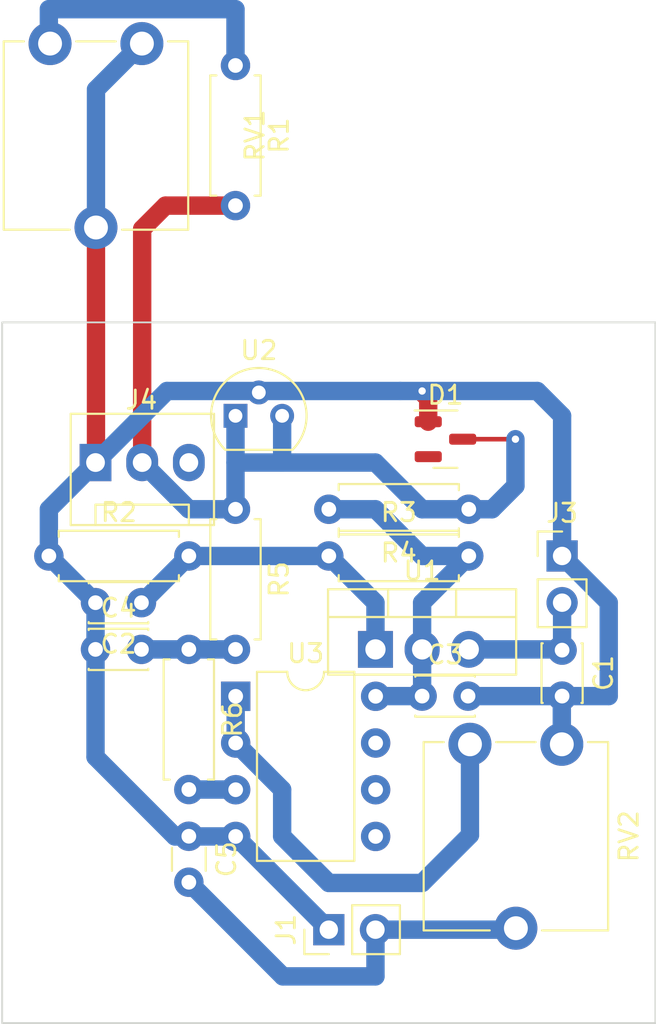
<source format=kicad_pcb>
(kicad_pcb (version 20211014) (generator pcbnew)
  (layers (0 "F.Cu" signal) (31 "B.Cu" signal) (34 "B.Paste" user) (35 "F.Paste" user) (36 "B.SilkS" user "B.Silkscreen") (37 "F.SilkS" user "F.Silkscreen") (38 "B.Mask" user) (39 "F.Mask" user) (44 "Edge.Cuts" user))
  (net 0 "")
  (net 1 "+5V")
  (net 2 "GND")
  (net 3 "Net-(C2-Pad1)")
  (net 4 "Net-(C3-Pad1)")
  (net 5 "Net-(C4-Pad2)")
  (net 7 "Net-(R1-Pad1)")
  (net 8 "ADC")
  (net 9 "opamp")
  (net 10 "Net-(R6-Pad2)")
  (net 11 "Net-(RV2-Pad1)")
  (footprint "Package_TO_SOT_THT:TO-92" (layer "F.Cu") (at 114.3 58.42)
    (property "Reference" "U2")
    (property "Value" "TL431LP")
    (fp_text reference "U2" (at 1.27 -3.56) (layer "F.SilkS"))
    (fp_text value "TL431LP")
    (fp_line (start -0.53 1.85) (end 3.07 1.85) (layer "F.SilkS") (width 0.12))
    (fp_arc (start -0.568478 1.838478) (mid -1.132087 -0.994977) (end 1.27 -2.6) (layer "F.SilkS") (width 0.12))
    (fp_arc (start 1.27 -2.6) (mid 3.672087 -0.994977) (end 3.108478 1.838478) (layer "F.SilkS") (width 0.12))
    (pad "1" thru_hole rect (at 0 0) (size 1.3 1.3) (drill 0.75) (layers *.Cu *.Mask) (net 9 "opamp"))
    (pad "2" thru_hole circle (at 1.27 -1.27) (size 1.3 1.3) (drill 0.75) (layers *.Cu *.Mask) (net 2 "GND"))
    (pad "3" thru_hole circle (at 2.54 0) (size 1.3 1.3) (drill 0.75) (layers *.Cu *.Mask) (net 9 "opamp"))
  )
  (footprint "Potentiometer_THT:Potentiometer_ACP_CA9-V10_Vertical" (layer "F.Cu") (at 127.065 76.28 -90)
    (property "Reference" "RV1")
    (property "Value" "R_Potentiometer")
    (fp_text reference "RV2" (at 5 -8.65 90) (layer "F.SilkS"))
    (fp_text value "20K")
    (fp_line (start -0.12 -7.521) (end 10.12 -7.521) (layer "F.SilkS") (width 0.12))
    (fp_line (start 10.12 -7.521) (end 10.12 -3.925) (layer "F.SilkS") (width 0.12))
    (fp_line (start -0.12 2.52) (end 10.12 2.52) (layer "F.SilkS") (width 0.12))
    (fp_line (start 10.12 -1.075) (end 10.12 2.52) (layer "F.SilkS") (width 0.12))
    (fp_line (start -0.12 1.425) (end -0.12 2.52) (layer "F.SilkS") (width 0.12))
    (fp_line (start -0.12 -3.574) (end -0.12 -1.425) (layer "F.SilkS") (width 0.12))
    (fp_line (start -0.12 -7.521) (end -0.12 -6.426) (layer "F.SilkS") (width 0.12))
    (pad "1" thru_hole circle (at 0 0 270) (size 2.34 2.34) (drill 1.3) (layers *.Cu *.Mask) (net 11 "Net-(RV2-Pad1)"))
    (pad "2" thru_hole circle (at 10 -2.5 270) (size 2.34 2.34) (drill 1.3) (layers *.Cu *.Mask) (net 8 "ADC"))
    (pad "3" thru_hole circle (at 0 -5 270) (size 2.34 2.34) (drill 1.3) (layers *.Cu *.Mask) (net 2 "GND"))
  )
  (footprint "Package_DIP:DIP-8_W7.62mm" (layer "F.Cu") (at 114.31 73.67)
    (fp_text reference "U3" (at 3.81 -2.33) (layer "F.SilkS"))
    (fp_text value "LM358")
    (fp_line (start 1.16 8.95) (end 6.46 8.95) (layer "F.SilkS") (width 0.12))
    (fp_line (start 1.16 -1.33) (end 1.16 8.95) (layer "F.SilkS") (width 0.12))
    (fp_line (start 6.46 -1.33) (end 4.81 -1.33) (layer "F.SilkS") (width 0.12))
    (fp_line (start 2.81 -1.33) (end 1.16 -1.33) (layer "F.SilkS") (width 0.12))
    (fp_line (start 6.46 8.95) (end 6.46 -1.33) (layer "F.SilkS") (width 0.12))
    (fp_arc (start 4.81 -1.33) (mid 3.81 -0.33) (end 2.81 -1.33) (layer "F.SilkS") (width 0.12))
    (pad "1" thru_hole rect (at 0 0) (size 1.6 1.6) (drill 0.8) (layers *.Cu *.Mask) (net 11 "Net-(RV2-Pad1)"))
    (pad "2" thru_hole oval (at 0 2.54) (size 1.6 1.6) (drill 0.8) (layers *.Cu *.Mask) (net 11 "Net-(RV2-Pad1)"))
    (pad "3" thru_hole oval (at 0 5.08) (size 1.6 1.6) (drill 0.8) (layers *.Cu *.Mask) (net 10 "Net-(R6-Pad2)"))
    (pad "4" thru_hole oval (at 0 7.62) (size 1.6 1.6) (drill 0.8) (layers *.Cu *.Mask) (net 2 "GND"))
    (pad "5" thru_hole oval (at 7.62 7.62) (size 1.6 1.6) (drill 0.8) (layers *.Cu *.Mask))
    (pad "6" thru_hole oval (at 7.62 5.08) (size 1.6 1.6) (drill 0.8) (layers *.Cu *.Mask))
    (pad "7" thru_hole oval (at 7.62 2.54) (size 1.6 1.6) (drill 0.8) (layers *.Cu *.Mask))
    (pad "8" thru_hole oval (at 7.62 0) (size 1.6 1.6) (drill 0.8) (layers *.Cu *.Mask) (net 4 "Net-(C3-Pad1)"))
  )
  (footprint "Capacitor_THT:C_Disc_D3.0mm_W1.6mm_P2.50mm" (layer "F.Cu") (at 111.76 81.28 -90)
    (fp_text reference "C5" (at 1.25 -2.05 -90) (layer "F.SilkS"))
    (fp_text value "0,05")
    (fp_line (start 0.621 -0.92) (end 1.879 -0.92) (layer "F.SilkS") (width 0.12))
    (fp_line (start 0.621 0.92) (end 1.879 0.92) (layer "F.SilkS") (width 0.12))
    (pad "1" thru_hole circle (at 0 0 270) (size 1.6 1.6) (drill 0.8) (layers *.Cu *.Mask) (net 2 "GND"))
    (pad "2" thru_hole circle (at 2.5 0 270) (size 1.6 1.6) (drill 0.8) (layers *.Cu *.Mask) (net 8 "ADC"))
  )
  (footprint "Resistor_THT:R_Axial_DIN0207_L6.3mm_D2.5mm_P7.62mm_Horizontal" (layer "F.Cu") (at 104.14 66.04)
    (fp_text reference "R2" (at 3.81 -2.37) (layer "F.SilkS"))
    (fp_text value "470")
    (fp_line (start 0.54 1.04) (end 0.54 1.37) (layer "F.SilkS") (width 0.12))
    (fp_line (start 0.54 -1.37) (end 7.08 -1.37) (layer "F.SilkS") (width 0.12))
    (fp_line (start 0.54 -1.04) (end 0.54 -1.37) (layer "F.SilkS") (width 0.12))
    (fp_line (start 0.54 1.37) (end 7.08 1.37) (layer "F.SilkS") (width 0.12))
    (fp_line (start 7.08 1.37) (end 7.08 1.04) (layer "F.SilkS") (width 0.12))
    (fp_line (start 7.08 -1.37) (end 7.08 -1.04) (layer "F.SilkS") (width 0.12))
    (pad "1" thru_hole circle (at 0 0) (size 1.6 1.6) (drill 0.8) (layers *.Cu *.Mask) (net 2 "GND"))
    (pad "2" thru_hole oval (at 7.62 0) (size 1.6 1.6) (drill 0.8) (layers *.Cu *.Mask) (net 3 "Net-(C2-Pad1)"))
  )
  (footprint "Potentiometer_THT:Potentiometer_ACP_CA9-V10_Vertical" (layer "F.Cu") (at 104.205 38.18 -90)
    (property "Reference" "RV1")
    (property "Value" "R_Potentiometer")
    (fp_text reference "RV1" (at 5 -11.15 90) (layer "F.SilkS"))
    (fp_text value "4K")
    (fp_line (start -0.12 -7.521) (end 10.12 -7.521) (layer "F.SilkS") (width 0.12))
    (fp_line (start -0.12 -3.574) (end -0.12 -1.425) (layer "F.SilkS") (width 0.12))
    (fp_line (start -0.12 -7.521) (end -0.12 -6.426) (layer "F.SilkS") (width 0.12))
    (fp_line (start -0.12 2.52) (end 10.12 2.52) (layer "F.SilkS") (width 0.12))
    (fp_line (start 10.12 -7.521) (end 10.12 -3.925) (layer "F.SilkS") (width 0.12))
    (fp_line (start -0.12 1.425) (end -0.12 2.52) (layer "F.SilkS") (width 0.12))
    (fp_line (start 10.12 -1.075) (end 10.12 2.52) (layer "F.SilkS") (width 0.12))
    (pad "1" thru_hole circle (at 0 0 270) (size 2.34 2.34) (drill 1.3) (layers *.Cu *.Mask) (net 7 "Net-(R1-Pad1)"))
    (pad "2" thru_hole circle (at 10 -2.5 270) (size 2.34 2.34) (drill 1.3) (layers *.Cu *.Mask) (net 2 "GND"))
    (pad "3" thru_hole circle (at 0 -5 270) (size 2.34 2.34) (drill 1.3) (layers *.Cu *.Mask) (net 2 "GND"))
  )
  (footprint "Capacitor_THT:C_Disc_D3.0mm_W2.0mm_P2.50mm" (layer "F.Cu") (at 109.18 68.58 180)
    (fp_text reference "C2" (at 1.25 -2.25) (layer "F.SilkS"))
    (fp_text value "0,47u")
    (fp_line (start -0.37 1.055) (end -0.37 1.12) (layer "F.SilkS") (width 0.12))
    (fp_line (start -0.37 -1.12) (end 2.87 -1.12) (layer "F.SilkS") (width 0.12))
    (fp_line (start -0.37 1.12) (end 2.87 1.12) (layer "F.SilkS") (width 0.12))
    (fp_line (start -0.37 -1.12) (end -0.37 -1.055) (layer "F.SilkS") (width 0.12))
    (fp_line (start 2.87 1.055) (end 2.87 1.12) (layer "F.SilkS") (width 0.12))
    (fp_line (start 2.87 -1.12) (end 2.87 -1.055) (layer "F.SilkS") (width 0.12))
    (pad "1" thru_hole circle (at 0 0 180) (size 1.6 1.6) (drill 0.8) (layers *.Cu *.Mask) (net 3 "Net-(C2-Pad1)"))
    (pad "2" thru_hole circle (at 2.5 0 180) (size 1.6 1.6) (drill 0.8) (layers *.Cu *.Mask) (net 2 "GND"))
  )
  (footprint "Connector_PinHeader_2.54mm:PinHeader_1x02_P2.54mm_Vertical" (layer "F.Cu") (at 119.38 86.36 90)
    (property "Reference" "J1")
    (property "Value" "Conn_01x02")
    (fp_text reference "J1" (at 0 -2.33 90) (layer "F.SilkS"))
    (fp_text value "Conn_01x02")
    (fp_line (start -1.33 3.87) (end 1.33 3.87) (layer "F.SilkS") (width 0.12))
    (fp_line (start -1.33 1.27) (end -1.33 3.87) (layer "F.SilkS") (width 0.12))
    (fp_line (start -1.33 1.27) (end 1.33 1.27) (layer "F.SilkS") (width 0.12))
    (fp_line (start 1.33 1.27) (end 1.33 3.87) (layer "F.SilkS") (width 0.12))
    (fp_line (start -1.33 0) (end -1.33 -1.33) (layer "F.SilkS") (width 0.12))
    (fp_line (start -1.33 -1.33) (end 0 -1.33) (layer "F.SilkS") (width 0.12))
    (pad "1" thru_hole rect (at 0 0 90) (size 1.7 1.7) (drill 1) (layers *.Cu *.Mask))
    (pad "2" thru_hole oval (at 0 2.54 90) (size 1.7 1.7) (drill 1) (layers *.Cu *.Mask) (net 8 "ADC"))
  )
  (footprint "Resistor_THT:R_Axial_DIN0207_L6.3mm_D2.5mm_P7.62mm_Horizontal" (layer "F.Cu") (at 114.3 39.37 -90)
    (fp_text reference "R1" (at 3.81 -2.37 90) (layer "F.SilkS"))
    (fp_text value "220")
    (fp_line (start 7.08 -1.37) (end 7.08 -1.04) (layer "F.SilkS") (width 0.12))
    (fp_line (start 0.54 -1.37) (end 7.08 -1.37) (layer "F.SilkS") (width 0.12))
    (fp_line (start 7.08 1.37) (end 7.08 1.04) (layer "F.SilkS") (width 0.12))
    (fp_line (start 0.54 1.37) (end 7.08 1.37) (layer "F.SilkS") (width 0.12))
    (fp_line (start 0.54 1.04) (end 0.54 1.37) (layer "F.SilkS") (width 0.12))
    (fp_line (start 0.54 -1.04) (end 0.54 -1.37) (layer "F.SilkS") (width 0.12))
    (pad "1" thru_hole circle (at 0 0 270) (size 1.6 1.6) (drill 0.8) (layers *.Cu *.Mask) (net 7 "Net-(R1-Pad1)"))
    (pad "2" thru_hole oval (at 7.62 0 270) (size 1.6 1.6) (drill 0.8) (layers *.Cu *.Mask) (net 9 "opamp"))
  )
  (footprint "Connector_PinHeader_2.54mm:PinHeader_1x02_P2.54mm_Vertical" (layer "F.Cu") (at 132.08 66.04)
    (property "Reference" "J1")
    (property "Value" "Conn_01x02")
    (fp_text reference "J3" (at 0 -2.33) (layer "F.SilkS"))
    (fp_text value "Conn_01x02")
    (fp_line (start 1.33 1.27) (end 1.33 3.87) (layer "F.SilkS") (width 0.12))
    (fp_line (start -1.33 0) (end -1.33 -1.33) (layer "F.SilkS") (width 0.12))
    (fp_line (start -1.33 1.27) (end 1.33 1.27) (layer "F.SilkS") (width 0.12))
    (fp_line (start -1.33 1.27) (end -1.33 3.87) (layer "F.SilkS") (width 0.12))
    (fp_line (start -1.33 3.87) (end 1.33 3.87) (layer "F.SilkS") (width 0.12))
    (fp_line (start -1.33 -1.33) (end 0 -1.33) (layer "F.SilkS") (width 0.12))
    (pad "1" thru_hole rect (at 0 0) (size 1.7 1.7) (drill 1) (layers *.Cu *.Mask) (net 2 "GND"))
    (pad "2" thru_hole oval (at 0 2.54) (size 1.7 1.7) (drill 1) (layers *.Cu *.Mask) (net 1 "+5V"))
  )
  (footprint "Capacitor_THT:C_Disc_D3.0mm_W2.0mm_P2.50mm" (layer "F.Cu") (at 132.08 71.16 -90)
    (property "Reference" "C1")
    (property "Value" "10u")
    (fp_text reference "C1" (at 1.25 -2.25 90) (layer "F.SilkS"))
    (fp_text value "0,1u")
    (fp_line (start -0.37 1.055) (end -0.37 1.12) (layer "F.SilkS") (width 0.12))
    (fp_line (start 2.87 1.055) (end 2.87 1.12) (layer "F.SilkS") (width 0.12))
    (fp_line (start -0.37 1.12) (end 2.87 1.12) (layer "F.SilkS") (width 0.12))
    (fp_line (start -0.37 -1.12) (end 2.87 -1.12) (layer "F.SilkS") (width 0.12))
    (fp_line (start -0.37 -1.12) (end -0.37 -1.055) (layer "F.SilkS") (width 0.12))
    (fp_line (start 2.87 -1.12) (end 2.87 -1.055) (layer "F.SilkS") (width 0.12))
    (pad "1" thru_hole circle (at 0 0 270) (size 1.6 1.6) (drill 0.8) (layers *.Cu *.Mask) (net 1 "+5V"))
    (pad "2" thru_hole circle (at 2.5 0 270) (size 1.6 1.6) (drill 0.8) (layers *.Cu *.Mask) (net 2 "GND"))
  )
  (footprint "Package_TO_SOT_SMD:SOT-23" (layer "F.Cu") (at 125.73 59.69)
    (fp_text reference "D1" (at 0 -2.4) (layer "F.SilkS"))
    (fp_text value "SP0502BAHT")
    (fp_line (start 0 1.56) (end -0.65 1.56) (layer "F.SilkS") (width 0.12))
    (fp_line (start 0 -1.56) (end 0.65 -1.56) (layer "F.SilkS") (width 0.12))
    (fp_line (start 0 1.56) (end 0.65 1.56) (layer "F.SilkS") (width 0.12))
    (fp_line (start 0 -1.56) (end -1.675 -1.56) (layer "F.SilkS") (width 0.12))
    (pad "1" smd roundrect (at -0.9375 -0.95) (size 1.475 0.6) (layers "F.Cu" "F.Paste" "F.Mask") (net 2 "GND"))
    (pad "2" smd roundrect (at -0.9375 0.95) (size 1.475 0.6) (layers "F.Cu" "F.Paste" "F.Mask"))
    (pad "3" smd roundrect (at 0.9375 0) (size 1.475 0.6) (layers "F.Cu" "F.Paste" "F.Mask") (net 9 "opamp"))
  )
  (footprint "Connector:FanPinHeader_1x03_P2.54mm_Vertical" (layer "F.Cu") (at 106.68 60.96)
    (property "Reference" "J2")
    (property "Value" "Conn_01x03_Male")
    (fp_text reference "J4" (at 2.5 -3.4) (layer "F.SilkS"))
    (fp_text value "Conn_01x03_Male")
    (fp_line (start 6.45 3.4) (end -1.35 3.4) (layer "F.SilkS") (width 0.12))
    (fp_line (start 5.08 2.29) (end 5.08 3.3) (layer "F.SilkS") (width 0.12))
    (fp_line (start 0 2.29) (end 5.08 2.29) (layer "F.SilkS") (width 0.12))
    (fp_line (start -1.35 3.4) (end -1.35 -2.65) (layer "F.SilkS") (width 0.12))
    (fp_line (start -1.35 -2.65) (end 6.45 -2.65) (layer "F.SilkS") (width 0.12))
    (fp_line (start 6.45 -2.65) (end 6.45 3.4) (layer "F.SilkS") (width 0.12))
    (fp_line (start 0 3.3) (end 0 2.29) (layer "F.SilkS") (width 0.12))
    (pad "1" thru_hole rect (at 0 0 90) (size 2.03 1.73) (drill 1.02) (layers *.Cu *.Mask) (net 2 "GND"))
    (pad "2" thru_hole oval (at 2.54 0 90) (size 2.03 1.73) (drill 1.02) (layers *.Cu *.Mask) (net 9 "opamp"))
    (pad "3" thru_hole oval (at 5.08 0 90) (size 2.03 1.73) (drill 1.02) (layers *.Cu *.Mask))
  )
  (footprint "Resistor_THT:R_Axial_DIN0207_L6.3mm_D2.5mm_P7.62mm_Horizontal" (layer "F.Cu") (at 114.3 63.5 -90)
    (property "Reference" "R2")
    (property "Value" "330")
    (fp_text reference "R5" (at 3.81 -2.37 90) (layer "F.SilkS"))
    (fp_text value "10K")
    (fp_line (start 0.54 -1.37) (end 7.08 -1.37) (layer "F.SilkS") (width 0.12))
    (fp_line (start 7.08 1.37) (end 7.08 1.04) (layer "F.SilkS") (width 0.12))
    (fp_line (start 0.54 1.04) (end 0.54 1.37) (layer "F.SilkS") (width 0.12))
    (fp_line (start 0.54 1.37) (end 7.08 1.37) (layer "F.SilkS") (width 0.12))
    (fp_line (start 7.08 -1.37) (end 7.08 -1.04) (layer "F.SilkS") (width 0.12))
    (fp_line (start 0.54 -1.04) (end 0.54 -1.37) (layer "F.SilkS") (width 0.12))
    (pad "1" thru_hole circle (at 0 0 270) (size 1.6 1.6) (drill 0.8) (layers *.Cu *.Mask) (net 9 "opamp"))
    (pad "2" thru_hole oval (at 7.62 0 270) (size 1.6 1.6) (drill 0.8) (layers *.Cu *.Mask) (net 5 "Net-(C4-Pad2)"))
  )
  (footprint "Resistor_THT:R_Axial_DIN0207_L6.3mm_D2.5mm_P7.62mm_Horizontal" (layer "F.Cu") (at 119.38 66.04)
    (property "Reference" "R2")
    (property "Value" "330")
    (fp_text reference "R3" (at 3.81 -2.37) (layer "F.SilkS"))
    (fp_text value "330")
    (fp_line (start 0.54 1.37) (end 7.08 1.37) (layer "F.SilkS") (width 0.12))
    (fp_line (start 0.54 -1.37) (end 7.08 -1.37) (layer "F.SilkS") (width 0.12))
    (fp_line (start 0.54 1.04) (end 0.54 1.37) (layer "F.SilkS") (width 0.12))
    (fp_line (start 7.08 -1.37) (end 7.08 -1.04) (layer "F.SilkS") (width 0.12))
    (fp_line (start 0.54 -1.04) (end 0.54 -1.37) (layer "F.SilkS") (width 0.12))
    (fp_line (start 7.08 1.37) (end 7.08 1.04) (layer "F.SilkS") (width 0.12))
    (pad "1" thru_hole circle (at 0 0) (size 1.6 1.6) (drill 0.8) (layers *.Cu *.Mask) (net 3 "Net-(C2-Pad1)"))
    (pad "2" thru_hole oval (at 7.62 0) (size 1.6 1.6) (drill 0.8) (layers *.Cu *.Mask) (net 4 "Net-(C3-Pad1)"))
  )
  (footprint "Capacitor_THT:C_Disc_D3.0mm_W2.0mm_P2.50mm" (layer "F.Cu") (at 124.46 73.66)
    (fp_text reference "C3" (at 1.25 -2.25) (layer "F.SilkS"))
    (fp_text value "1u")
    (fp_line (start -0.37 -1.12) (end 2.87 -1.12) (layer "F.SilkS") (width 0.12))
    (fp_line (start -0.37 -1.12) (end -0.37 -1.055) (layer "F.SilkS") (width 0.12))
    (fp_line (start 2.87 1.055) (end 2.87 1.12) (layer "F.SilkS") (width 0.12))
    (fp_line (start 2.87 -1.12) (end 2.87 -1.055) (layer "F.SilkS") (width 0.12))
    (fp_line (start -0.37 1.12) (end 2.87 1.12) (layer "F.SilkS") (width 0.12))
    (fp_line (start -0.37 1.055) (end -0.37 1.12) (layer "F.SilkS") (width 0.12))
    (pad "1" thru_hole circle (at 0 0) (size 1.6 1.6) (drill 0.8) (layers *.Cu *.Mask) (net 4 "Net-(C3-Pad1)"))
    (pad "2" thru_hole circle (at 2.5 0) (size 1.6 1.6) (drill 0.8) (layers *.Cu *.Mask) (net 2 "GND"))
  )
  (footprint "Resistor_THT:R_Axial_DIN0207_L6.3mm_D2.5mm_P7.62mm_Horizontal" (layer "F.Cu") (at 127 63.5 180)
    (fp_text reference "R4" (at 3.81 -2.37) (layer "F.SilkS"))
    (fp_text value "820")
    (fp_line (start 0.54 -1.04) (end 0.54 -1.37) (layer "F.SilkS") (width 0.12))
    (fp_line (start 0.54 -1.37) (end 7.08 -1.37) (layer "F.SilkS") (width 0.12))
    (fp_line (start 7.08 -1.37) (end 7.08 -1.04) (layer "F.SilkS") (width 0.12))
    (fp_line (start 7.08 1.37) (end 7.08 1.04) (layer "F.SilkS") (width 0.12))
    (fp_line (start 0.54 1.04) (end 0.54 1.37) (layer "F.SilkS") (width 0.12))
    (fp_line (start 0.54 1.37) (end 7.08 1.37) (layer "F.SilkS") (width 0.12))
    (pad "1" thru_hole circle (at 0 0 180) (size 1.6 1.6) (drill 0.8) (layers *.Cu *.Mask) (net 9 "opamp"))
    (pad "2" thru_hole oval (at 7.62 0 180) (size 1.6 1.6) (drill 0.8) (layers *.Cu *.Mask) (net 4 "Net-(C3-Pad1)"))
  )
  (footprint "Capacitor_THT:C_Disc_D3.0mm_W2.0mm_P2.50mm" (layer "F.Cu") (at 106.68 71.12)
    (fp_text reference "C4" (at 1.25 -2.25) (layer "F.SilkS"))
    (fp_text value "1u")
    (fp_line (start -0.37 -1.12) (end -0.37 -1.055) (layer "F.SilkS") (width 0.12))
    (fp_line (start 2.87 -1.12) (end 2.87 -1.055) (layer "F.SilkS") (width 0.12))
    (fp_line (start -0.37 1.12) (end 2.87 1.12) (layer "F.SilkS") (width 0.12))
    (fp_line (start 2.87 1.055) (end 2.87 1.12) (layer "F.SilkS") (width 0.12))
    (fp_line (start -0.37 -1.12) (end 2.87 -1.12) (layer "F.SilkS") (width 0.12))
    (fp_line (start -0.37 1.055) (end -0.37 1.12) (layer "F.SilkS") (width 0.12))
    (pad "1" thru_hole circle (at 0 0) (size 1.6 1.6) (drill 0.8) (layers *.Cu *.Mask) (net 2 "GND"))
    (pad "2" thru_hole circle (at 2.5 0) (size 1.6 1.6) (drill 0.8) (layers *.Cu *.Mask) (net 5 "Net-(C4-Pad2)"))
  )
  (footprint "Resistor_THT:R_Axial_DIN0207_L6.3mm_D2.5mm_P7.62mm_Horizontal" (layer "F.Cu") (at 111.76 71.12 -90)
    (property "Reference" "R2")
    (property "Value" "330")
    (fp_text reference "R6" (at 3.81 -2.37 90) (layer "F.SilkS"))
    (fp_text value "10K")
    (fp_line (start 7.08 -1.37) (end 7.08 -1.04) (layer "F.SilkS") (width 0.12))
    (fp_line (start 0.54 -1.04) (end 0.54 -1.37) (layer "F.SilkS") (width 0.12))
    (fp_line (start 0.54 1.37) (end 7.08 1.37) (layer "F.SilkS") (width 0.12))
    (fp_line (start 7.08 1.37) (end 7.08 1.04) (layer "F.SilkS") (width 0.12))
    (fp_line (start 0.54 -1.37) (end 7.08 -1.37) (layer "F.SilkS") (width 0.12))
    (fp_line (start 0.54 1.04) (end 0.54 1.37) (layer "F.SilkS") (width 0.12))
    (pad "1" thru_hole circle (at 0 0 270) (size 1.6 1.6) (drill 0.8) (layers *.Cu *.Mask) (net 5 "Net-(C4-Pad2)"))
    (pad "2" thru_hole oval (at 7.62 0 270) (size 1.6 1.6) (drill 0.8) (layers *.Cu *.Mask) (net 10 "Net-(R6-Pad2)"))
  )
  (footprint "Package_TO_SOT_THT:TO-220-3_Vertical" (layer "F.Cu") (at 121.92 71.12)
    (property "Reference" "U1")
    (property "Value" "LM317_TO-220")
    (fp_text reference "U1" (at 2.54 -4.27) (layer "F.SilkS"))
    (fp_text value "LM317_TO-220")
    (fp_line (start 0.69 -3.27) (end 0.69 -1.76) (layer "F.SilkS") (width 0.12))
    (fp_line (start -2.58 -1.76) (end 7.66 -1.76) (layer "F.SilkS") (width 0.12))
    (fp_line (start 7.66 -3.27) (end 7.66 1.371) (layer "F.SilkS") (width 0.12))
    (fp_line (start -2.58 1.371) (end 7.66 1.371) (layer "F.SilkS") (width 0.12))
    (fp_line (start 4.391 -3.27) (end 4.391 -1.76) (layer "F.SilkS") (width 0.12))
    (fp_line (start -2.58 -3.27) (end -2.58 1.371) (layer "F.SilkS") (width 0.12))
    (fp_line (start -2.58 -3.27) (end 7.66 -3.27) (layer "F.SilkS") (width 0.12))
    (pad "1" thru_hole rect (at 0 0) (size 1.905 2) (drill 1.1) (layers *.Cu *.Mask) (net 3 "Net-(C2-Pad1)"))
    (pad "2" thru_hole oval (at 2.54 0) (size 1.905 2) (drill 1.1) (layers *.Cu *.Mask) (net 4 "Net-(C3-Pad1)"))
    (pad "3" thru_hole oval (at 5.08 0) (size 1.905 2) (drill 1.1) (layers *.Cu *.Mask) (net 1 "+5V"))
  )
  (gr_rect (start 101.6 53.34) (end 137.16 91.44) (layer "Edge.Cuts") (width 0.1) (fill none))
  (segment (start 132.12 68.58) (end 132.08 68.62) (width 1) (layer "B.Cu") (net 1))
  (segment (start 132.04 71.12) (end 132.08 71.16) (width 1) (layer "B.Cu") (net 1))
  (segment (start 127 71.12) (end 132.04 71.12) (width 1) (layer "B.Cu") (net 1))
  (segment (start 132.08 68.58) (end 132.08 71.16) (width 1) (layer "B.Cu") (net 1))
  (segment (start 132.08 68.62) (end 132.08 68.58) (width 1) (layer "B.Cu") (net 1))
  (segment (start 124.7925 58.74) (end 124.7925 57.4825) (width 1) (layer "F.Cu") (net 2))
  (segment (start 106.705 60.935) (end 106.68 60.96) (width 1) (layer "F.Cu") (net 2))
  (segment (start 124.7925 57.4825) (end 124.46 57.15) (width 1) (layer "F.Cu") (net 2))
  (segment (start 106.705 48.18) (end 106.705 60.935) (width 1) (layer "F.Cu") (net 2))
  (via (at 124.46 57.07) (size 0.8) (drill 0.4) (layers "F.Cu" "B.Cu") (net 2))
  (segment (start 126.96 73.66) (end 132.08 73.66) (width 1) (layer "B.Cu") (net 2))
  (segment (start 123.27 57.07) (end 115.49 57.07) (width 1) (layer "B.Cu") (net 2))
  (segment (start 130.73 57.07) (end 123.27 57.07) (width 1) (layer "B.Cu") (net 2))
  (segment (start 132.065 73.675) (end 132.08 73.66) (width 1) (layer "B.Cu") (net 2))
  (segment (start 111.000738 81.29) (end 114.31 81.29) (width 1) (layer "B.Cu") (net 2))
  (segment (start 104.14 66.04) (end 104.14 63.5) (width 1) (layer "B.Cu") (net 2))
  (segment (start 134.62 73.66) (end 132.08 73.66) (width 1) (layer "B.Cu") (net 2))
  (segment (start 114.31 81.29) (end 119.38 86.36) (width 1) (layer "B.Cu") (net 2))
  (segment (start 132.08 58.42) (end 130.73 57.07) (width 1) (layer "B.Cu") (net 2))
  (segment (start 106.68 60.96) (end 110.57 57.07) (width 1) (layer "B.Cu") (net 2))
  (segment (start 106.68 68.58) (end 104.14 66.04) (width 1) (layer "B.Cu") (net 2))
  (segment (start 115.49 57.07) (end 115.57 57.15) (width 1) (layer "B.Cu") (net 2))
  (segment (start 106.705 48.18) (end 106.705 40.68) (width 1) (layer "B.Cu") (net 2))
  (segment (start 110.57 57.07) (end 115.49 57.07) (width 1) (layer "B.Cu") (net 2))
  (segment (start 132.065 76.28) (end 132.065 73.675) (width 1) (layer "B.Cu") (net 2))
  (segment (start 132.08 66.04) (end 134.62 68.58) (width 1) (layer "B.Cu") (net 2))
  (segment (start 106.705 40.68) (end 109.205 38.18) (width 1) (layer "B.Cu") (net 2))
  (segment (start 104.14 63.5) (end 106.68 60.96) (width 1) (layer "B.Cu") (net 2))
  (segment (start 106.68 68.58) (end 106.68 76.969262) (width 1) (layer "B.Cu") (net 2))
  (segment (start 132.08 66.04) (end 132.08 58.42) (width 1) (layer "B.Cu") (net 2))
  (segment (start 106.68 76.969262) (end 111.000738 81.29) (width 1) (layer "B.Cu") (net 2))
  (segment (start 134.62 68.58) (end 134.62 73.66) (width 1) (layer "B.Cu") (net 2))
  (segment (start 109.18 68.58) (end 109.22 68.58) (width 1) (layer "B.Cu") (net 3))
  (segment (start 111.76 66.04) (end 119.38 66.04) (width 1) (layer "B.Cu") (net 3))
  (segment (start 109.22 68.58) (end 111.76 66.04) (width 1) (layer "B.Cu") (net 3))
  (segment (start 121.92 71.12) (end 121.92 68.58) (width 1) (layer "B.Cu") (net 3))
  (segment (start 121.92 68.58) (end 119.38 66.04) (width 1) (layer "B.Cu") (net 3))
  (segment (start 121.94 73.66) (end 121.93 73.67) (width 1) (layer "B.Cu") (net 4))
  (segment (start 124.46 66.04) (end 127 66.04) (width 1) (layer "B.Cu") (net 4))
  (segment (start 124.46 73.66) (end 121.94 73.66) (width 1) (layer "B.Cu") (net 4))
  (segment (start 124.46 71.12) (end 124.46 68.58) (width 1) (layer "B.Cu") (net 4))
  (segment (start 124.46 68.58) (end 127 66.04) (width 1) (layer "B.Cu") (net 4))
  (segment (start 119.38 63.5) (end 121.92 63.5) (width 1) (layer "B.Cu") (net 4))
  (segment (start 121.92 63.5) (end 124.46 66.04) (width 1) (layer "B.Cu") (net 4))
  (segment (start 124.46 73.66) (end 124.46 71.12) (width 1) (layer "B.Cu") (net 4))
  (segment (start 109.18 71.12) (end 114.3 71.12) (width 1) (layer "B.Cu") (net 5))
  (segment (start 114.3 36.31) (end 104.14 36.31) (width 1) (layer "B.Cu") (net 7))
  (segment (start 104.14 38.115) (end 104.205 38.18) (width 1) (layer "B.Cu") (net 7))
  (segment (start 114.3 39.37) (end 114.3 36.31) (width 1) (layer "B.Cu") (net 7))
  (segment (start 104.14 36.31) (end 104.14 38.115) (width 1) (layer "B.Cu") (net 7))
  (segment (start 129.485 86.36) (end 129.565 86.28) (width 1) (layer "B.Cu") (net 8))
  (segment (start 116.88 88.9) (end 111.76 83.78) (width 1) (layer "B.Cu") (net 8))
  (segment (start 121.92 86.36) (end 129.485 86.36) (width 1) (layer "B.Cu") (net 8))
  (segment (start 121.92 86.36) (end 121.92 88.9) (width 1) (layer "B.Cu") (net 8))
  (segment (start 121.92 88.9) (end 116.88 88.9) (width 1) (layer "B.Cu") (net 8))
  (segment (start 126.6675 59.69) (end 129.54 59.69) (width 0.25) (layer "F.Cu") (net 9))
  (segment (start 110.49 46.99) (end 109.22 48.26) (width 1) (layer "F.Cu") (net 9))
  (segment (start 109.22 48.26) (end 109.22 60.96) (width 1) (layer "F.Cu") (net 9))
  (segment (start 114.3 46.99) (end 110.49 46.99) (width 1) (layer "F.Cu") (net 9))
  (via (at 129.54 59.69) (size 0.8) (drill 0.4) (layers "F.Cu" "B.Cu") (net 9))
  (segment (start 114.3 60.96) (end 114.3 58.42) (width 1) (layer "B.Cu") (net 9))
  (segment (start 124.46 63.5) (end 121.92 60.96) (width 1) (layer "B.Cu") (net 9))
  (segment (start 129.54 62.23) (end 129.54 59.69) (width 1) (layer "B.Cu") (net 9))
  (segment (start 127 63.5) (end 128.27 63.5) (width 1) (layer "B.Cu") (net 9))
  (segment (start 121.92 60.96) (end 116.84 60.96) (width 1) (layer "B.Cu") (net 9))
  (segment (start 116.84 60.96) (end 114.3 60.96) (width 1) (layer "B.Cu") (net 9))
  (segment (start 128.27 63.5) (end 129.54 62.23) (width 1) (layer "B.Cu") (net 9))
  (segment (start 111.76 63.5) (end 109.22 60.96) (width 1) (layer "B.Cu") (net 9))
  (segment (start 127 63.5) (end 124.46 63.5) (width 1) (layer "B.Cu") (net 9))
  (segment (start 116.84 60.96) (end 116.84 58.42) (width 1) (layer "B.Cu") (net 9))
  (segment (start 114.3 63.5) (end 111.76 63.5) (width 1) (layer "B.Cu") (net 9))
  (segment (start 114.3 63.5) (end 114.3 60.96) (width 1) (layer "B.Cu") (net 9))
  (segment (start 111.76 78.74) (end 114.3 78.74) (width 1) (layer "B.Cu") (net 10))
  (segment (start 114.3 78.74) (end 114.31 78.75) (width 1) (layer "B.Cu") (net 10))
  (segment (start 116.84 78.74) (end 114.31 76.21) (width 1) (layer "B.Cu") (net 11))
  (segment (start 127.065 81.215) (end 124.46 83.82) (width 1) (layer "B.Cu") (net 11))
  (segment (start 116.84 81.28) (end 116.84 78.74) (width 1) (layer "B.Cu") (net 11))
  (segment (start 127.065 76.28) (end 127.065 81.215) (width 1) (layer "B.Cu") (net 11))
  (segment (start 124.46 83.82) (end 119.38 83.82) (width 1) (layer "B.Cu") (net 11))
  (segment (start 119.38 83.82) (end 116.84 81.28) (width 1) (layer "B.Cu") (net 11))
  (segment (start 114.31 76.21) (end 114.31 73.67) (width 1) (layer "B.Cu") (net 11))
)
</source>
